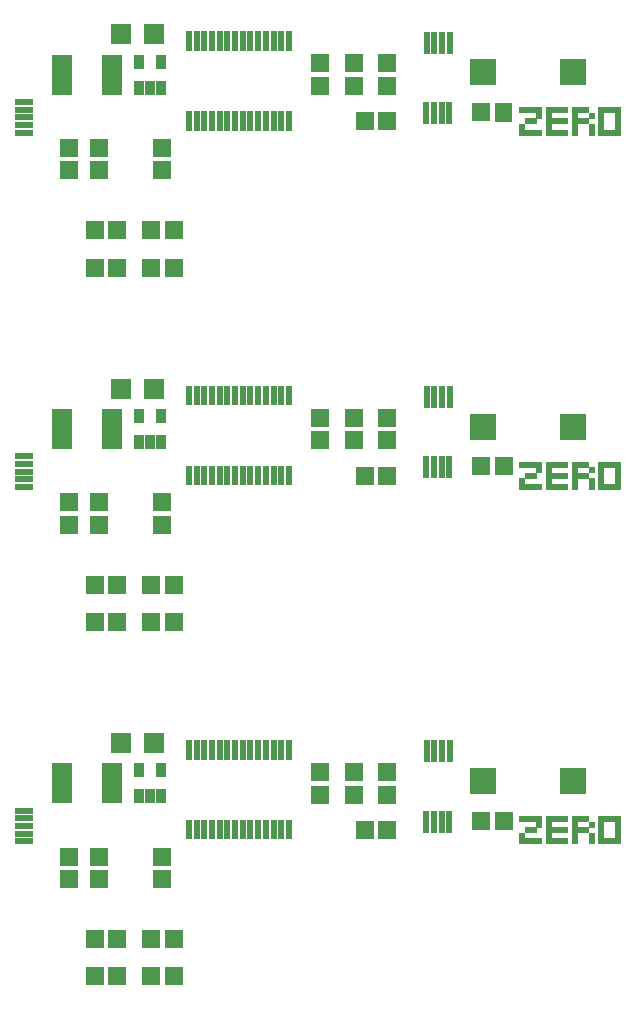
<source format=gbr>
%FSLAX34Y34*%
%MOMM*%
%LNSMDMASK_TOP*%
G71*
G01*
%ADD10R, 1.55X0.60*%
%ADD11R, 0.62X1.52*%
%ADD12R, 0.85X1.26*%
%ADD13R, 1.70X3.40*%
%ADD14R, 0.62X1.98*%
%ADD15R, 1.50X1.60*%
%ADD16R, 1.60X1.50*%
%ADD17R, 2.20X2.20*%
%ADD18R, 0.50X0.50*%
%ADD19R, 1.80X1.80*%
%LPD*%
X69660Y840141D02*
G54D10*
D03*
X69660Y833641D02*
G54D10*
D03*
X69660Y827141D02*
G54D10*
D03*
X69660Y820641D02*
G54D10*
D03*
X69660Y814141D02*
G54D10*
D03*
X293653Y823303D02*
G54D11*
D03*
X287153Y823303D02*
G54D11*
D03*
X280653Y823303D02*
G54D11*
D03*
X274153Y823303D02*
G54D11*
D03*
X267653Y823303D02*
G54D11*
D03*
X261153Y823303D02*
G54D11*
D03*
X254653Y823303D02*
G54D11*
D03*
X248153Y823303D02*
G54D11*
D03*
X241653Y823303D02*
G54D11*
D03*
X235153Y823303D02*
G54D11*
D03*
X228653Y823303D02*
G54D11*
D03*
X222153Y823303D02*
G54D11*
D03*
X215653Y823303D02*
G54D11*
D03*
X209153Y823303D02*
G54D11*
D03*
X293653Y892175D02*
G54D11*
D03*
X287153Y892175D02*
G54D11*
D03*
X280653Y892175D02*
G54D11*
D03*
X274153Y892175D02*
G54D11*
D03*
X267653Y892175D02*
G54D11*
D03*
X261153Y892175D02*
G54D11*
D03*
X254653Y892175D02*
G54D11*
D03*
X248153Y892175D02*
G54D11*
D03*
X241653Y892175D02*
G54D11*
D03*
X235153Y892175D02*
G54D11*
D03*
X228653Y892175D02*
G54D11*
D03*
X222153Y892175D02*
G54D11*
D03*
X215653Y892175D02*
G54D11*
D03*
X209153Y892175D02*
G54D11*
D03*
X293653Y891381D02*
G54D11*
D03*
X287153Y891381D02*
G54D11*
D03*
X280653Y891381D02*
G54D11*
D03*
X274153Y891381D02*
G54D11*
D03*
X267653Y891381D02*
G54D11*
D03*
X261153Y891381D02*
G54D11*
D03*
X254653Y891381D02*
G54D11*
D03*
X248153Y891381D02*
G54D11*
D03*
X241653Y891381D02*
G54D11*
D03*
X235153Y891381D02*
G54D11*
D03*
X228653Y891381D02*
G54D11*
D03*
X222153Y891381D02*
G54D11*
D03*
X215653Y891381D02*
G54D11*
D03*
X209153Y891381D02*
G54D11*
D03*
X293653Y824097D02*
G54D11*
D03*
X287153Y824097D02*
G54D11*
D03*
X280653Y824097D02*
G54D11*
D03*
X274153Y824097D02*
G54D11*
D03*
X267653Y824097D02*
G54D11*
D03*
X261153Y824097D02*
G54D11*
D03*
X254653Y824097D02*
G54D11*
D03*
X248153Y824097D02*
G54D11*
D03*
X241653Y824097D02*
G54D11*
D03*
X235153Y824097D02*
G54D11*
D03*
X228653Y824097D02*
G54D11*
D03*
X222153Y824097D02*
G54D11*
D03*
X215653Y824097D02*
G54D11*
D03*
X209153Y824097D02*
G54D11*
D03*
X293653Y824494D02*
G54D11*
D03*
X287153Y824494D02*
G54D11*
D03*
X280653Y824494D02*
G54D11*
D03*
X274153Y824494D02*
G54D11*
D03*
X267653Y824494D02*
G54D11*
D03*
X261153Y824494D02*
G54D11*
D03*
X254653Y824494D02*
G54D11*
D03*
X248153Y824494D02*
G54D11*
D03*
X241653Y824494D02*
G54D11*
D03*
X235153Y824494D02*
G54D11*
D03*
X228653Y824494D02*
G54D11*
D03*
X222153Y824494D02*
G54D11*
D03*
X215653Y824494D02*
G54D11*
D03*
X209153Y824494D02*
G54D11*
D03*
X293653Y890984D02*
G54D11*
D03*
X287153Y890984D02*
G54D11*
D03*
X280653Y890984D02*
G54D11*
D03*
X274153Y890984D02*
G54D11*
D03*
X267653Y890984D02*
G54D11*
D03*
X261153Y890984D02*
G54D11*
D03*
X254653Y890984D02*
G54D11*
D03*
X248153Y890984D02*
G54D11*
D03*
X241653Y890984D02*
G54D11*
D03*
X235153Y890984D02*
G54D11*
D03*
X228653Y890984D02*
G54D11*
D03*
X222153Y890984D02*
G54D11*
D03*
X215653Y890984D02*
G54D11*
D03*
X209153Y890984D02*
G54D11*
D03*
X166688Y874117D02*
G54D12*
D03*
X185738Y874117D02*
G54D12*
D03*
X166688Y852091D02*
G54D12*
D03*
X176212Y852091D02*
G54D12*
D03*
X185738Y852091D02*
G54D12*
D03*
X143669Y863203D02*
G54D13*
D03*
X101600Y863203D02*
G54D13*
D03*
X410369Y890191D02*
G54D14*
D03*
X416869Y890191D02*
G54D14*
D03*
X409972Y830844D02*
G54D14*
D03*
X416472Y830844D02*
G54D14*
D03*
X422972Y830844D02*
G54D14*
D03*
X429472Y830844D02*
G54D14*
D03*
X423369Y890191D02*
G54D14*
D03*
X429869Y890191D02*
G54D14*
D03*
X196056Y731441D02*
G54D15*
D03*
X177056Y731441D02*
G54D15*
D03*
X196056Y699691D02*
G54D15*
D03*
X177056Y699691D02*
G54D15*
D03*
X148431Y699691D02*
G54D15*
D03*
X129431Y699691D02*
G54D15*
D03*
X148431Y731441D02*
G54D15*
D03*
X129431Y731441D02*
G54D15*
D03*
X319856Y872703D02*
G54D16*
D03*
X319856Y853703D02*
G54D16*
D03*
X348431Y872703D02*
G54D16*
D03*
X348431Y853703D02*
G54D16*
D03*
X377006Y872703D02*
G54D16*
D03*
X377006Y853703D02*
G54D16*
D03*
X456407Y831454D02*
G54D15*
D03*
G36*
X467907Y839454D02*
X482907Y839454D01*
X482907Y823454D01*
X467907Y823454D01*
X467907Y839454D01*
G37*
X534591Y865188D02*
G54D17*
D03*
X458391Y865188D02*
G54D17*
D03*
X186556Y782266D02*
G54D16*
D03*
X186556Y801266D02*
G54D16*
D03*
X132581Y782266D02*
G54D16*
D03*
X132581Y801266D02*
G54D16*
D03*
X107181Y782266D02*
G54D16*
D03*
X107181Y801266D02*
G54D16*
D03*
X491331Y833041D02*
G54D18*
D03*
X500856Y833041D02*
G54D18*
D03*
X505619Y833041D02*
G54D18*
D03*
X505619Y828278D02*
G54D18*
D03*
X500856Y823516D02*
G54D18*
D03*
X491331Y818753D02*
G54D18*
D03*
X491331Y813991D02*
G54D18*
D03*
X500856Y813991D02*
G54D18*
D03*
X505619Y813991D02*
G54D18*
D03*
X513556Y813991D02*
G54D18*
D03*
X513556Y818753D02*
G54D18*
D03*
X513556Y823516D02*
G54D18*
D03*
X513556Y828278D02*
G54D18*
D03*
X513556Y833041D02*
G54D18*
D03*
X518319Y833041D02*
G54D18*
D03*
X523081Y833041D02*
G54D18*
D03*
X518319Y823516D02*
G54D18*
D03*
X523081Y823516D02*
G54D18*
D03*
X518319Y813991D02*
G54D18*
D03*
X523081Y813991D02*
G54D18*
D03*
X535781Y833041D02*
G54D18*
D03*
X535781Y828278D02*
G54D18*
D03*
X535781Y823516D02*
G54D18*
D03*
X535781Y818753D02*
G54D18*
D03*
X535781Y813991D02*
G54D18*
D03*
X540544Y833041D02*
G54D18*
D03*
X540544Y823516D02*
G54D18*
D03*
X550069Y828278D02*
G54D18*
D03*
X550069Y818753D02*
G54D18*
D03*
X550069Y813991D02*
G54D18*
D03*
X558006Y828278D02*
G54D18*
D03*
X558006Y823516D02*
G54D18*
D03*
X558006Y818753D02*
G54D18*
D03*
X562769Y813991D02*
G54D18*
D03*
X567531Y813991D02*
G54D18*
D03*
X572294Y818753D02*
G54D18*
D03*
X572294Y823516D02*
G54D18*
D03*
X572294Y828278D02*
G54D18*
D03*
X562769Y833041D02*
G54D18*
D03*
X567531Y833041D02*
G54D18*
D03*
X151606Y897334D02*
G54D19*
D03*
X179606Y897334D02*
G54D19*
D03*
X558006Y833041D02*
G54D18*
D03*
X572294Y833041D02*
G54D18*
D03*
X572294Y813991D02*
G54D18*
D03*
X558006Y813991D02*
G54D18*
D03*
X496094Y833041D02*
G54D18*
D03*
X496094Y823516D02*
G54D18*
D03*
X496094Y813991D02*
G54D18*
D03*
X527844Y833041D02*
G54D18*
D03*
X527844Y823516D02*
G54D18*
D03*
X527844Y813991D02*
G54D18*
D03*
X545306Y833041D02*
G54D18*
D03*
X545306Y823516D02*
G54D18*
D03*
X357981Y823516D02*
G54D15*
D03*
X376981Y823516D02*
G54D15*
D03*
X69660Y540103D02*
G54D10*
D03*
X69660Y533603D02*
G54D10*
D03*
X69660Y527103D02*
G54D10*
D03*
X69660Y520603D02*
G54D10*
D03*
X69660Y514103D02*
G54D10*
D03*
X293653Y523266D02*
G54D11*
D03*
X287153Y523266D02*
G54D11*
D03*
X280653Y523266D02*
G54D11*
D03*
X274153Y523266D02*
G54D11*
D03*
X267653Y523266D02*
G54D11*
D03*
X261153Y523266D02*
G54D11*
D03*
X254653Y523266D02*
G54D11*
D03*
X248153Y523266D02*
G54D11*
D03*
X241653Y523266D02*
G54D11*
D03*
X235153Y523266D02*
G54D11*
D03*
X228653Y523266D02*
G54D11*
D03*
X222153Y523266D02*
G54D11*
D03*
X215653Y523266D02*
G54D11*
D03*
X209153Y523266D02*
G54D11*
D03*
X293653Y592137D02*
G54D11*
D03*
X287153Y592137D02*
G54D11*
D03*
X280653Y592137D02*
G54D11*
D03*
X274153Y592137D02*
G54D11*
D03*
X267653Y592137D02*
G54D11*
D03*
X261153Y592137D02*
G54D11*
D03*
X254653Y592137D02*
G54D11*
D03*
X248153Y592137D02*
G54D11*
D03*
X241653Y592137D02*
G54D11*
D03*
X235153Y592137D02*
G54D11*
D03*
X228653Y592137D02*
G54D11*
D03*
X222153Y592137D02*
G54D11*
D03*
X215653Y592137D02*
G54D11*
D03*
X209153Y592137D02*
G54D11*
D03*
X293653Y591344D02*
G54D11*
D03*
X287153Y591344D02*
G54D11*
D03*
X280653Y591344D02*
G54D11*
D03*
X274153Y591344D02*
G54D11*
D03*
X267653Y591344D02*
G54D11*
D03*
X261153Y591344D02*
G54D11*
D03*
X254653Y591344D02*
G54D11*
D03*
X248153Y591344D02*
G54D11*
D03*
X241653Y591344D02*
G54D11*
D03*
X235153Y591344D02*
G54D11*
D03*
X228653Y591344D02*
G54D11*
D03*
X222153Y591344D02*
G54D11*
D03*
X215653Y591344D02*
G54D11*
D03*
X209153Y591344D02*
G54D11*
D03*
X293653Y524059D02*
G54D11*
D03*
X287153Y524059D02*
G54D11*
D03*
X280653Y524059D02*
G54D11*
D03*
X274153Y524059D02*
G54D11*
D03*
X267653Y524059D02*
G54D11*
D03*
X261153Y524059D02*
G54D11*
D03*
X254653Y524059D02*
G54D11*
D03*
X248153Y524059D02*
G54D11*
D03*
X241653Y524059D02*
G54D11*
D03*
X235153Y524059D02*
G54D11*
D03*
X228653Y524059D02*
G54D11*
D03*
X222153Y524059D02*
G54D11*
D03*
X215653Y524059D02*
G54D11*
D03*
X209153Y524059D02*
G54D11*
D03*
X293653Y524456D02*
G54D11*
D03*
X287153Y524456D02*
G54D11*
D03*
X280653Y524456D02*
G54D11*
D03*
X274153Y524456D02*
G54D11*
D03*
X267653Y524456D02*
G54D11*
D03*
X261153Y524456D02*
G54D11*
D03*
X254653Y524456D02*
G54D11*
D03*
X248153Y524456D02*
G54D11*
D03*
X241653Y524456D02*
G54D11*
D03*
X235153Y524456D02*
G54D11*
D03*
X228653Y524456D02*
G54D11*
D03*
X222153Y524456D02*
G54D11*
D03*
X215653Y524456D02*
G54D11*
D03*
X209153Y524456D02*
G54D11*
D03*
X293653Y590947D02*
G54D11*
D03*
X287153Y590947D02*
G54D11*
D03*
X280653Y590947D02*
G54D11*
D03*
X274153Y590947D02*
G54D11*
D03*
X267653Y590947D02*
G54D11*
D03*
X261153Y590947D02*
G54D11*
D03*
X254653Y590947D02*
G54D11*
D03*
X248153Y590947D02*
G54D11*
D03*
X241653Y590947D02*
G54D11*
D03*
X235153Y590947D02*
G54D11*
D03*
X228653Y590947D02*
G54D11*
D03*
X222153Y590947D02*
G54D11*
D03*
X215653Y590947D02*
G54D11*
D03*
X209153Y590947D02*
G54D11*
D03*
X166688Y574080D02*
G54D12*
D03*
X185738Y574080D02*
G54D12*
D03*
X166688Y552053D02*
G54D12*
D03*
X176212Y552053D02*
G54D12*
D03*
X185738Y552053D02*
G54D12*
D03*
X143669Y563166D02*
G54D13*
D03*
X101600Y563166D02*
G54D13*
D03*
X410369Y590153D02*
G54D14*
D03*
X416869Y590153D02*
G54D14*
D03*
X409972Y530806D02*
G54D14*
D03*
X416472Y530806D02*
G54D14*
D03*
X422972Y530806D02*
G54D14*
D03*
X429472Y530806D02*
G54D14*
D03*
X423369Y590153D02*
G54D14*
D03*
X429869Y590153D02*
G54D14*
D03*
X196056Y431403D02*
G54D15*
D03*
X177056Y431403D02*
G54D15*
D03*
X196056Y399653D02*
G54D15*
D03*
X177056Y399653D02*
G54D15*
D03*
X148431Y399653D02*
G54D15*
D03*
X129431Y399653D02*
G54D15*
D03*
X148431Y431403D02*
G54D15*
D03*
X129431Y431403D02*
G54D15*
D03*
X319856Y572666D02*
G54D16*
D03*
X319856Y553666D02*
G54D16*
D03*
X348431Y572666D02*
G54D16*
D03*
X348431Y553666D02*
G54D16*
D03*
X377006Y572666D02*
G54D16*
D03*
X377006Y553666D02*
G54D16*
D03*
X456407Y531416D02*
G54D15*
D03*
X475407Y531416D02*
G54D15*
D03*
X534591Y565150D02*
G54D17*
D03*
X458391Y565150D02*
G54D17*
D03*
X186556Y482228D02*
G54D16*
D03*
X186556Y501228D02*
G54D16*
D03*
X132581Y482228D02*
G54D16*
D03*
X132581Y501228D02*
G54D16*
D03*
X107181Y482228D02*
G54D16*
D03*
X107181Y501228D02*
G54D16*
D03*
X491331Y533003D02*
G54D18*
D03*
X500856Y533003D02*
G54D18*
D03*
X505619Y533003D02*
G54D18*
D03*
X505619Y528241D02*
G54D18*
D03*
X500856Y523478D02*
G54D18*
D03*
X491331Y518716D02*
G54D18*
D03*
X491331Y513953D02*
G54D18*
D03*
X500856Y513953D02*
G54D18*
D03*
X505619Y513953D02*
G54D18*
D03*
X513556Y513953D02*
G54D18*
D03*
X513556Y518716D02*
G54D18*
D03*
X513556Y523478D02*
G54D18*
D03*
X513556Y528241D02*
G54D18*
D03*
X513556Y533003D02*
G54D18*
D03*
X518319Y533003D02*
G54D18*
D03*
X523081Y533003D02*
G54D18*
D03*
X518319Y523478D02*
G54D18*
D03*
X523081Y523478D02*
G54D18*
D03*
X518319Y513953D02*
G54D18*
D03*
X523081Y513953D02*
G54D18*
D03*
X535781Y533003D02*
G54D18*
D03*
X535781Y528241D02*
G54D18*
D03*
X535781Y523478D02*
G54D18*
D03*
X535781Y518716D02*
G54D18*
D03*
X535781Y513953D02*
G54D18*
D03*
X540544Y533003D02*
G54D18*
D03*
X540544Y523478D02*
G54D18*
D03*
X550069Y528241D02*
G54D18*
D03*
X550069Y518716D02*
G54D18*
D03*
X550069Y513953D02*
G54D18*
D03*
X558006Y528241D02*
G54D18*
D03*
X558006Y523478D02*
G54D18*
D03*
X558006Y518716D02*
G54D18*
D03*
X562769Y513953D02*
G54D18*
D03*
X567531Y513953D02*
G54D18*
D03*
X572294Y518716D02*
G54D18*
D03*
X572294Y523478D02*
G54D18*
D03*
X572294Y528241D02*
G54D18*
D03*
X562769Y533003D02*
G54D18*
D03*
X567531Y533003D02*
G54D18*
D03*
X151606Y597297D02*
G54D19*
D03*
X179606Y597297D02*
G54D19*
D03*
X558006Y533003D02*
G54D18*
D03*
X572294Y533003D02*
G54D18*
D03*
X572294Y513953D02*
G54D18*
D03*
X558006Y513953D02*
G54D18*
D03*
X496094Y533003D02*
G54D18*
D03*
X496094Y523478D02*
G54D18*
D03*
X496094Y513953D02*
G54D18*
D03*
X527844Y533003D02*
G54D18*
D03*
X527844Y523478D02*
G54D18*
D03*
X527844Y513953D02*
G54D18*
D03*
X545306Y533003D02*
G54D18*
D03*
X545306Y523478D02*
G54D18*
D03*
X357981Y523478D02*
G54D15*
D03*
X376981Y523478D02*
G54D15*
D03*
X69660Y240066D02*
G54D10*
D03*
X69660Y233566D02*
G54D10*
D03*
X69660Y227066D02*
G54D10*
D03*
X69660Y220566D02*
G54D10*
D03*
X69660Y214066D02*
G54D10*
D03*
X293653Y223228D02*
G54D11*
D03*
X287153Y223228D02*
G54D11*
D03*
X280653Y223228D02*
G54D11*
D03*
X274153Y223228D02*
G54D11*
D03*
X267653Y223228D02*
G54D11*
D03*
X261153Y223228D02*
G54D11*
D03*
X254653Y223228D02*
G54D11*
D03*
X248153Y223228D02*
G54D11*
D03*
X241653Y223228D02*
G54D11*
D03*
X235153Y223228D02*
G54D11*
D03*
X228653Y223228D02*
G54D11*
D03*
X222153Y223228D02*
G54D11*
D03*
X215653Y223228D02*
G54D11*
D03*
X209153Y223228D02*
G54D11*
D03*
X293653Y292100D02*
G54D11*
D03*
X287153Y292100D02*
G54D11*
D03*
X280653Y292100D02*
G54D11*
D03*
X274153Y292100D02*
G54D11*
D03*
X267653Y292100D02*
G54D11*
D03*
X261153Y292100D02*
G54D11*
D03*
X254653Y292100D02*
G54D11*
D03*
X248153Y292100D02*
G54D11*
D03*
X241653Y292100D02*
G54D11*
D03*
X235153Y292100D02*
G54D11*
D03*
X228653Y292100D02*
G54D11*
D03*
X222153Y292100D02*
G54D11*
D03*
X215653Y292100D02*
G54D11*
D03*
X209153Y292100D02*
G54D11*
D03*
X293653Y291306D02*
G54D11*
D03*
X287153Y291306D02*
G54D11*
D03*
X280653Y291306D02*
G54D11*
D03*
X274153Y291306D02*
G54D11*
D03*
X267653Y291306D02*
G54D11*
D03*
X261153Y291306D02*
G54D11*
D03*
X254653Y291306D02*
G54D11*
D03*
X248153Y291306D02*
G54D11*
D03*
X241653Y291306D02*
G54D11*
D03*
X235153Y291306D02*
G54D11*
D03*
X228653Y291306D02*
G54D11*
D03*
X222153Y291306D02*
G54D11*
D03*
X215653Y291306D02*
G54D11*
D03*
X209153Y291306D02*
G54D11*
D03*
X293653Y224022D02*
G54D11*
D03*
X287153Y224022D02*
G54D11*
D03*
X280653Y224022D02*
G54D11*
D03*
X274153Y224022D02*
G54D11*
D03*
X267653Y224022D02*
G54D11*
D03*
X261153Y224022D02*
G54D11*
D03*
X254653Y224022D02*
G54D11*
D03*
X248153Y224022D02*
G54D11*
D03*
X241653Y224022D02*
G54D11*
D03*
X235153Y224022D02*
G54D11*
D03*
X228653Y224022D02*
G54D11*
D03*
X222153Y224022D02*
G54D11*
D03*
X215653Y224022D02*
G54D11*
D03*
X209153Y224022D02*
G54D11*
D03*
X293653Y224419D02*
G54D11*
D03*
X287153Y224419D02*
G54D11*
D03*
X280653Y224419D02*
G54D11*
D03*
X274153Y224419D02*
G54D11*
D03*
X267653Y224419D02*
G54D11*
D03*
X261153Y224419D02*
G54D11*
D03*
X254653Y224419D02*
G54D11*
D03*
X248153Y224419D02*
G54D11*
D03*
X241653Y224419D02*
G54D11*
D03*
X235153Y224419D02*
G54D11*
D03*
X228653Y224419D02*
G54D11*
D03*
X222153Y224419D02*
G54D11*
D03*
X215653Y224419D02*
G54D11*
D03*
X209153Y224419D02*
G54D11*
D03*
X293653Y290909D02*
G54D11*
D03*
X287153Y290909D02*
G54D11*
D03*
X280653Y290909D02*
G54D11*
D03*
X274153Y290909D02*
G54D11*
D03*
X267653Y290909D02*
G54D11*
D03*
X261153Y290909D02*
G54D11*
D03*
X254653Y290909D02*
G54D11*
D03*
X248153Y290909D02*
G54D11*
D03*
X241653Y290909D02*
G54D11*
D03*
X235153Y290909D02*
G54D11*
D03*
X228653Y290909D02*
G54D11*
D03*
X222153Y290909D02*
G54D11*
D03*
X215653Y290909D02*
G54D11*
D03*
X209153Y290909D02*
G54D11*
D03*
X166688Y274042D02*
G54D12*
D03*
X185738Y274042D02*
G54D12*
D03*
X166688Y252016D02*
G54D12*
D03*
X176212Y252016D02*
G54D12*
D03*
X185738Y252016D02*
G54D12*
D03*
X143669Y263128D02*
G54D13*
D03*
X101600Y263128D02*
G54D13*
D03*
X410369Y290116D02*
G54D14*
D03*
X416869Y290116D02*
G54D14*
D03*
X409972Y230769D02*
G54D14*
D03*
X416472Y230769D02*
G54D14*
D03*
X422972Y230769D02*
G54D14*
D03*
X429472Y230769D02*
G54D14*
D03*
X423369Y290116D02*
G54D14*
D03*
X429869Y290116D02*
G54D14*
D03*
X196056Y131366D02*
G54D15*
D03*
X177056Y131366D02*
G54D15*
D03*
X196056Y99616D02*
G54D15*
D03*
X177056Y99616D02*
G54D15*
D03*
X148431Y99616D02*
G54D15*
D03*
X129431Y99616D02*
G54D15*
D03*
X148431Y131366D02*
G54D15*
D03*
X129431Y131366D02*
G54D15*
D03*
X319856Y272628D02*
G54D16*
D03*
X319856Y253628D02*
G54D16*
D03*
X348431Y272628D02*
G54D16*
D03*
X348431Y253628D02*
G54D16*
D03*
X377006Y272628D02*
G54D16*
D03*
X377006Y253628D02*
G54D16*
D03*
X456407Y231379D02*
G54D15*
D03*
X475407Y231379D02*
G54D15*
D03*
X534591Y265112D02*
G54D17*
D03*
X458391Y265113D02*
G54D17*
D03*
X186556Y182191D02*
G54D16*
D03*
X186556Y201191D02*
G54D16*
D03*
X132581Y182191D02*
G54D16*
D03*
X132581Y201191D02*
G54D16*
D03*
X107181Y182191D02*
G54D16*
D03*
X107181Y201191D02*
G54D16*
D03*
X491331Y232966D02*
G54D18*
D03*
X500856Y232966D02*
G54D18*
D03*
X505619Y232966D02*
G54D18*
D03*
X505619Y228203D02*
G54D18*
D03*
X500856Y223441D02*
G54D18*
D03*
X491331Y218678D02*
G54D18*
D03*
X491331Y213916D02*
G54D18*
D03*
X500856Y213916D02*
G54D18*
D03*
X505619Y213916D02*
G54D18*
D03*
X513556Y213916D02*
G54D18*
D03*
X513556Y218678D02*
G54D18*
D03*
X513556Y223441D02*
G54D18*
D03*
X513556Y228203D02*
G54D18*
D03*
X513556Y232966D02*
G54D18*
D03*
X518319Y232966D02*
G54D18*
D03*
X523081Y232966D02*
G54D18*
D03*
X518319Y223441D02*
G54D18*
D03*
X523081Y223441D02*
G54D18*
D03*
X518319Y213916D02*
G54D18*
D03*
X523081Y213916D02*
G54D18*
D03*
X535781Y232966D02*
G54D18*
D03*
X535781Y228203D02*
G54D18*
D03*
X535781Y223441D02*
G54D18*
D03*
X535781Y218678D02*
G54D18*
D03*
X535781Y213916D02*
G54D18*
D03*
X540544Y232966D02*
G54D18*
D03*
X540544Y223441D02*
G54D18*
D03*
X550069Y228203D02*
G54D18*
D03*
X550069Y218678D02*
G54D18*
D03*
X550069Y213916D02*
G54D18*
D03*
X558006Y228203D02*
G54D18*
D03*
X558006Y223441D02*
G54D18*
D03*
X558006Y218678D02*
G54D18*
D03*
X562769Y213916D02*
G54D18*
D03*
X567531Y213916D02*
G54D18*
D03*
X572294Y218678D02*
G54D18*
D03*
X572294Y223441D02*
G54D18*
D03*
X572294Y228203D02*
G54D18*
D03*
X562769Y232966D02*
G54D18*
D03*
X567531Y232966D02*
G54D18*
D03*
X151606Y297259D02*
G54D19*
D03*
X179606Y297259D02*
G54D19*
D03*
X558006Y232966D02*
G54D18*
D03*
X572294Y232966D02*
G54D18*
D03*
X572294Y213916D02*
G54D18*
D03*
X558006Y213916D02*
G54D18*
D03*
X496094Y232966D02*
G54D18*
D03*
X496094Y223441D02*
G54D18*
D03*
X496094Y213916D02*
G54D18*
D03*
X527844Y232966D02*
G54D18*
D03*
X527844Y223441D02*
G54D18*
D03*
X527844Y213916D02*
G54D18*
D03*
X545306Y232966D02*
G54D18*
D03*
X545306Y223441D02*
G54D18*
D03*
X357981Y223441D02*
G54D15*
D03*
X376981Y223441D02*
G54D15*
D03*
M02*

</source>
